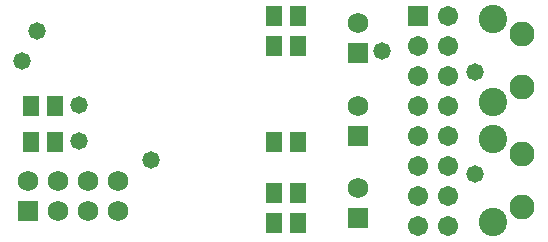
<source format=gts>
%FSLAX25Y25*%
%MOIN*%
G70*
G01*
G75*
G04 Layer_Color=8388736*
%ADD10R,0.04500X0.06000*%
%ADD11C,0.01969*%
%ADD12C,0.03937*%
%ADD13C,0.01772*%
%ADD14C,0.08661*%
%ADD15C,0.07480*%
%ADD16C,0.06000*%
%ADD17R,0.06000X0.06000*%
%ADD18C,0.05906*%
%ADD19R,0.05906X0.05906*%
%ADD20R,0.06000X0.06000*%
%ADD21C,0.05000*%
%ADD22C,0.00394*%
%ADD23C,0.00787*%
%ADD24R,0.05300X0.06800*%
%ADD25C,0.09461*%
%ADD26C,0.08280*%
%ADD27C,0.06800*%
%ADD28R,0.06800X0.06800*%
%ADD29C,0.06706*%
%ADD30R,0.06706X0.06706*%
%ADD31R,0.06800X0.06800*%
%ADD32C,0.05800*%
D24*
X88983Y33000D02*
D03*
X96983D02*
D03*
X88983Y65000D02*
D03*
X96983D02*
D03*
X7983Y33000D02*
D03*
X15983D02*
D03*
X7983Y45000D02*
D03*
X15983D02*
D03*
X88983Y16000D02*
D03*
X96983D02*
D03*
X88983Y75000D02*
D03*
X96983D02*
D03*
X88983Y6000D02*
D03*
X96983D02*
D03*
D25*
X162061Y6221D02*
D03*
Y33780D02*
D03*
Y73780D02*
D03*
Y46220D02*
D03*
D26*
X171904Y11142D02*
D03*
Y28858D02*
D03*
Y68858D02*
D03*
Y51142D02*
D03*
D27*
X36983Y20000D02*
D03*
X26983D02*
D03*
X16983D02*
D03*
X6983D02*
D03*
X36983Y10000D02*
D03*
X26983D02*
D03*
X16983D02*
D03*
X116983Y45000D02*
D03*
Y17500D02*
D03*
Y72500D02*
D03*
D28*
X6983Y10000D02*
D03*
D29*
X136983Y5000D02*
D03*
X146983D02*
D03*
X136983Y15000D02*
D03*
X146983D02*
D03*
X136983Y25000D02*
D03*
X146983D02*
D03*
X136983Y35000D02*
D03*
X146983D02*
D03*
X136983Y45000D02*
D03*
X146983D02*
D03*
X136983Y55000D02*
D03*
X146983D02*
D03*
X136983Y65000D02*
D03*
X146983D02*
D03*
Y75000D02*
D03*
D30*
X136983D02*
D03*
D31*
X116983Y35000D02*
D03*
Y7500D02*
D03*
Y62500D02*
D03*
D32*
X47983Y27000D02*
D03*
X23983Y45348D02*
D03*
Y33348D02*
D03*
X5000Y60000D02*
D03*
X10000Y70000D02*
D03*
X124983Y63348D02*
D03*
X155983Y56348D02*
D03*
Y22348D02*
D03*
M02*

</source>
